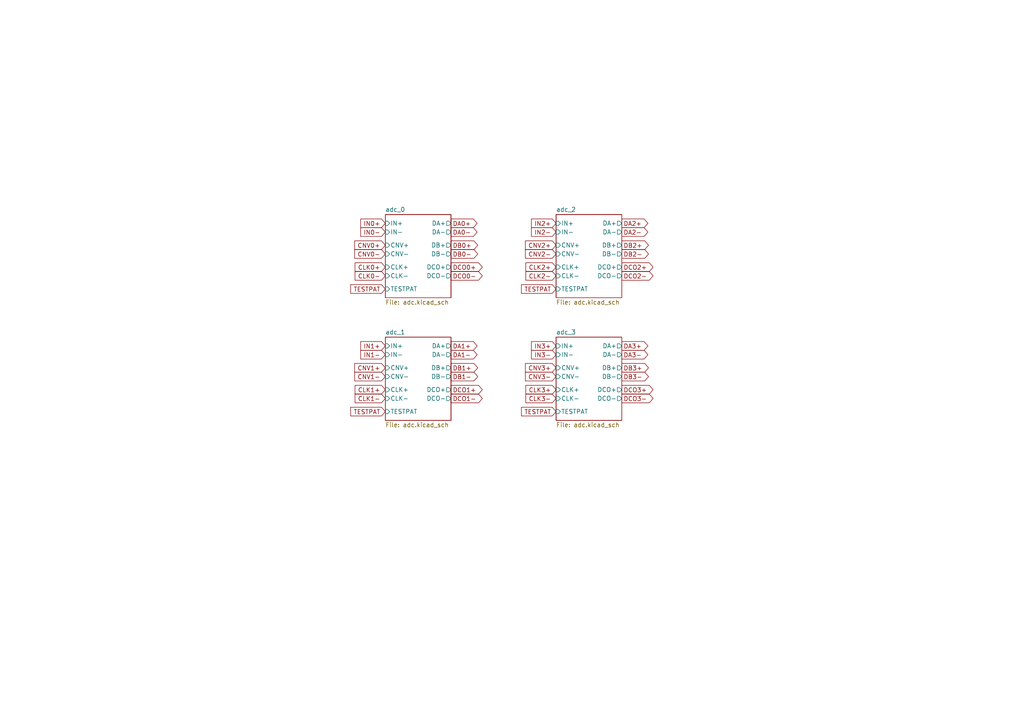
<source format=kicad_sch>
(kicad_sch
	(version 20250114)
	(generator "eeschema")
	(generator_version "9.0")
	(uuid "4a84218e-c568-4ba5-9b2d-9fa09ddae9f8")
	(paper "A4")
	(title_block
		(title "4 channel ADC Module")
		(date "2025-04-18")
		(rev "0.1")
		(company "NOIRLab")
		(comment 1 "Design: Braulio Cancino Vera - braulio.cancino@noirlab.edu")
	)
	(lib_symbols)
	(global_label "DB2-"
		(shape output)
		(at 180.34 73.66 0)
		(fields_autoplaced yes)
		(effects
			(font
				(size 1.27 1.27)
			)
			(justify left)
		)
		(uuid "0b8ddf6e-dfc3-44a6-8156-959aea0511ee")
		(property "Intersheetrefs" "${INTERSHEET_REFS}"
			(at 188.6471 73.66 0)
			(effects
				(font
					(size 1.27 1.27)
				)
				(justify left)
				(hide yes)
			)
		)
	)
	(global_label "IN1+"
		(shape input)
		(at 111.76 100.33 180)
		(fields_autoplaced yes)
		(effects
			(font
				(size 1.27 1.27)
			)
			(justify right)
		)
		(uuid "0fbc31aa-39b9-4079-8c3e-af8eb35cf3c5")
		(property "Intersheetrefs" "${INTERSHEET_REFS}"
			(at 104.0576 100.33 0)
			(effects
				(font
					(size 1.27 1.27)
				)
				(justify right)
				(hide yes)
			)
		)
	)
	(global_label "DA2-"
		(shape output)
		(at 180.34 67.31 0)
		(fields_autoplaced yes)
		(effects
			(font
				(size 1.27 1.27)
			)
			(justify left)
		)
		(uuid "11ba5ced-6a37-4c16-acd6-47974e7cf3ce")
		(property "Intersheetrefs" "${INTERSHEET_REFS}"
			(at 188.4657 67.31 0)
			(effects
				(font
					(size 1.27 1.27)
				)
				(justify left)
				(hide yes)
			)
		)
	)
	(global_label "CNV0-"
		(shape input)
		(at 111.76 73.66 180)
		(fields_autoplaced yes)
		(effects
			(font
				(size 1.27 1.27)
			)
			(justify right)
		)
		(uuid "1930ba57-2404-4c48-a6ac-2c8f5fb2d884")
		(property "Intersheetrefs" "${INTERSHEET_REFS}"
			(at 102.3038 73.66 0)
			(effects
				(font
					(size 1.27 1.27)
				)
				(justify right)
				(hide yes)
			)
		)
	)
	(global_label "CLK1-"
		(shape input)
		(at 111.76 115.57 180)
		(fields_autoplaced yes)
		(effects
			(font
				(size 1.27 1.27)
			)
			(justify right)
		)
		(uuid "1b33cd53-e974-4542-94e3-7adbb8e30533")
		(property "Intersheetrefs" "${INTERSHEET_REFS}"
			(at 102.4248 115.57 0)
			(effects
				(font
					(size 1.27 1.27)
				)
				(justify right)
				(hide yes)
			)
		)
	)
	(global_label "CLK3+"
		(shape input)
		(at 161.29 113.03 180)
		(fields_autoplaced yes)
		(effects
			(font
				(size 1.27 1.27)
			)
			(justify right)
		)
		(uuid "1c94bbe1-7184-4d50-ada3-dae88276eb30")
		(property "Intersheetrefs" "${INTERSHEET_REFS}"
			(at 151.9548 113.03 0)
			(effects
				(font
					(size 1.27 1.27)
				)
				(justify right)
				(hide yes)
			)
		)
	)
	(global_label "CLK1+"
		(shape input)
		(at 111.76 113.03 180)
		(fields_autoplaced yes)
		(effects
			(font
				(size 1.27 1.27)
			)
			(justify right)
		)
		(uuid "1de3112c-33e9-4532-8ff0-e8b0099f3b92")
		(property "Intersheetrefs" "${INTERSHEET_REFS}"
			(at 102.4248 113.03 0)
			(effects
				(font
					(size 1.27 1.27)
				)
				(justify right)
				(hide yes)
			)
		)
	)
	(global_label "DA2+"
		(shape output)
		(at 180.34 64.77 0)
		(fields_autoplaced yes)
		(effects
			(font
				(size 1.27 1.27)
			)
			(justify left)
		)
		(uuid "1fed75f7-1a11-4da8-930d-e4f3b28c76d0")
		(property "Intersheetrefs" "${INTERSHEET_REFS}"
			(at 188.4657 64.77 0)
			(effects
				(font
					(size 1.27 1.27)
				)
				(justify left)
				(hide yes)
			)
		)
	)
	(global_label "DCO1+"
		(shape output)
		(at 130.81 113.03 0)
		(fields_autoplaced yes)
		(effects
			(font
				(size 1.27 1.27)
			)
			(justify left)
		)
		(uuid "214b1a47-e429-4d31-8105-4ae18e342c43")
		(property "Intersheetrefs" "${INTERSHEET_REFS}"
			(at 140.4476 113.03 0)
			(effects
				(font
					(size 1.27 1.27)
				)
				(justify left)
				(hide yes)
			)
		)
	)
	(global_label "DA0+"
		(shape output)
		(at 130.81 64.77 0)
		(fields_autoplaced yes)
		(effects
			(font
				(size 1.27 1.27)
			)
			(justify left)
		)
		(uuid "23f99484-1891-49f5-b60e-07718bd219a5")
		(property "Intersheetrefs" "${INTERSHEET_REFS}"
			(at 138.9357 64.77 0)
			(effects
				(font
					(size 1.27 1.27)
				)
				(justify left)
				(hide yes)
			)
		)
	)
	(global_label "IN0-"
		(shape input)
		(at 111.76 67.31 180)
		(fields_autoplaced yes)
		(effects
			(font
				(size 1.27 1.27)
			)
			(justify right)
		)
		(uuid "2a37e86b-e970-4778-93f2-b173a60d812a")
		(property "Intersheetrefs" "${INTERSHEET_REFS}"
			(at 104.0576 67.31 0)
			(effects
				(font
					(size 1.27 1.27)
				)
				(justify right)
				(hide yes)
			)
		)
	)
	(global_label "DA1+"
		(shape output)
		(at 130.81 100.33 0)
		(fields_autoplaced yes)
		(effects
			(font
				(size 1.27 1.27)
			)
			(justify left)
		)
		(uuid "2ba0b5ac-a462-421a-a2b9-5ca9344c7707")
		(property "Intersheetrefs" "${INTERSHEET_REFS}"
			(at 138.9357 100.33 0)
			(effects
				(font
					(size 1.27 1.27)
				)
				(justify left)
				(hide yes)
			)
		)
	)
	(global_label "DA3+"
		(shape output)
		(at 180.34 100.33 0)
		(fields_autoplaced yes)
		(effects
			(font
				(size 1.27 1.27)
			)
			(justify left)
		)
		(uuid "2be43883-e8d1-47f4-9167-d9a547ae4a40")
		(property "Intersheetrefs" "${INTERSHEET_REFS}"
			(at 188.4657 100.33 0)
			(effects
				(font
					(size 1.27 1.27)
				)
				(justify left)
				(hide yes)
			)
		)
	)
	(global_label "DB1+"
		(shape output)
		(at 130.81 106.68 0)
		(fields_autoplaced yes)
		(effects
			(font
				(size 1.27 1.27)
			)
			(justify left)
		)
		(uuid "301ed8e0-2dca-4222-af87-b071be30ad47")
		(property "Intersheetrefs" "${INTERSHEET_REFS}"
			(at 139.1171 106.68 0)
			(effects
				(font
					(size 1.27 1.27)
				)
				(justify left)
				(hide yes)
			)
		)
	)
	(global_label "CNV3+"
		(shape input)
		(at 161.29 106.68 180)
		(fields_autoplaced yes)
		(effects
			(font
				(size 1.27 1.27)
			)
			(justify right)
		)
		(uuid "3221b821-8217-413a-b250-3445ed1a1ff5")
		(property "Intersheetrefs" "${INTERSHEET_REFS}"
			(at 151.8338 106.68 0)
			(effects
				(font
					(size 1.27 1.27)
				)
				(justify right)
				(hide yes)
			)
		)
	)
	(global_label "DCO0+"
		(shape output)
		(at 130.81 77.47 0)
		(fields_autoplaced yes)
		(effects
			(font
				(size 1.27 1.27)
			)
			(justify left)
		)
		(uuid "332c40e3-d680-4f6a-ad20-a8bff21d9a39")
		(property "Intersheetrefs" "${INTERSHEET_REFS}"
			(at 140.4476 77.47 0)
			(effects
				(font
					(size 1.27 1.27)
				)
				(justify left)
				(hide yes)
			)
		)
	)
	(global_label "IN1-"
		(shape input)
		(at 111.76 102.87 180)
		(fields_autoplaced yes)
		(effects
			(font
				(size 1.27 1.27)
			)
			(justify right)
		)
		(uuid "380b4316-5d7f-49b8-8e57-66c260bd2ca0")
		(property "Intersheetrefs" "${INTERSHEET_REFS}"
			(at 104.0576 102.87 0)
			(effects
				(font
					(size 1.27 1.27)
				)
				(justify right)
				(hide yes)
			)
		)
	)
	(global_label "DCO3-"
		(shape output)
		(at 180.34 115.57 0)
		(fields_autoplaced yes)
		(effects
			(font
				(size 1.27 1.27)
			)
			(justify left)
		)
		(uuid "3e3b2e57-98c3-45d0-9a5b-cf3aace8263d")
		(property "Intersheetrefs" "${INTERSHEET_REFS}"
			(at 189.9776 115.57 0)
			(effects
				(font
					(size 1.27 1.27)
				)
				(justify left)
				(hide yes)
			)
		)
	)
	(global_label "CNV1+"
		(shape input)
		(at 111.76 106.68 180)
		(fields_autoplaced yes)
		(effects
			(font
				(size 1.27 1.27)
			)
			(justify right)
		)
		(uuid "4fa5f727-678e-400c-b170-284603c1fc65")
		(property "Intersheetrefs" "${INTERSHEET_REFS}"
			(at 102.3038 106.68 0)
			(effects
				(font
					(size 1.27 1.27)
				)
				(justify right)
				(hide yes)
			)
		)
	)
	(global_label "DB3-"
		(shape output)
		(at 180.34 109.22 0)
		(fields_autoplaced yes)
		(effects
			(font
				(size 1.27 1.27)
			)
			(justify left)
		)
		(uuid "525cc882-d857-4d10-8591-07aba8b58384")
		(property "Intersheetrefs" "${INTERSHEET_REFS}"
			(at 188.6471 109.22 0)
			(effects
				(font
					(size 1.27 1.27)
				)
				(justify left)
				(hide yes)
			)
		)
	)
	(global_label "CNV3-"
		(shape input)
		(at 161.29 109.22 180)
		(fields_autoplaced yes)
		(effects
			(font
				(size 1.27 1.27)
			)
			(justify right)
		)
		(uuid "54ed3dcb-6e59-4f02-80c0-41e7fdf3a90b")
		(property "Intersheetrefs" "${INTERSHEET_REFS}"
			(at 151.8338 109.22 0)
			(effects
				(font
					(size 1.27 1.27)
				)
				(justify right)
				(hide yes)
			)
		)
	)
	(global_label "DB1-"
		(shape output)
		(at 130.81 109.22 0)
		(fields_autoplaced yes)
		(effects
			(font
				(size 1.27 1.27)
			)
			(justify left)
		)
		(uuid "5be98a1e-5854-4daa-b6d1-baf66e39079c")
		(property "Intersheetrefs" "${INTERSHEET_REFS}"
			(at 139.1171 109.22 0)
			(effects
				(font
					(size 1.27 1.27)
				)
				(justify left)
				(hide yes)
			)
		)
	)
	(global_label "CLK2+"
		(shape input)
		(at 161.29 77.47 180)
		(fields_autoplaced yes)
		(effects
			(font
				(size 1.27 1.27)
			)
			(justify right)
		)
		(uuid "5c62f0df-74d7-4533-b3ae-2eab33bc8254")
		(property "Intersheetrefs" "${INTERSHEET_REFS}"
			(at 151.9548 77.47 0)
			(effects
				(font
					(size 1.27 1.27)
				)
				(justify right)
				(hide yes)
			)
		)
	)
	(global_label "IN3+"
		(shape input)
		(at 161.29 100.33 180)
		(fields_autoplaced yes)
		(effects
			(font
				(size 1.27 1.27)
			)
			(justify right)
		)
		(uuid "5cdfc0cf-eda5-45c8-b2d4-bf00ceda2256")
		(property "Intersheetrefs" "${INTERSHEET_REFS}"
			(at 153.5876 100.33 0)
			(effects
				(font
					(size 1.27 1.27)
				)
				(justify right)
				(hide yes)
			)
		)
	)
	(global_label "CNV2+"
		(shape input)
		(at 161.29 71.12 180)
		(fields_autoplaced yes)
		(effects
			(font
				(size 1.27 1.27)
			)
			(justify right)
		)
		(uuid "6835c7f5-2e74-42c7-97d1-0ebe990dfac4")
		(property "Intersheetrefs" "${INTERSHEET_REFS}"
			(at 151.8338 71.12 0)
			(effects
				(font
					(size 1.27 1.27)
				)
				(justify right)
				(hide yes)
			)
		)
	)
	(global_label "CNV2-"
		(shape input)
		(at 161.29 73.66 180)
		(fields_autoplaced yes)
		(effects
			(font
				(size 1.27 1.27)
			)
			(justify right)
		)
		(uuid "699044ce-3999-4252-9e39-f12172f673ad")
		(property "Intersheetrefs" "${INTERSHEET_REFS}"
			(at 151.8338 73.66 0)
			(effects
				(font
					(size 1.27 1.27)
				)
				(justify right)
				(hide yes)
			)
		)
	)
	(global_label "DCO2-"
		(shape output)
		(at 180.34 80.01 0)
		(fields_autoplaced yes)
		(effects
			(font
				(size 1.27 1.27)
			)
			(justify left)
		)
		(uuid "6a48722f-0dca-4eba-a088-210697e8fe5d")
		(property "Intersheetrefs" "${INTERSHEET_REFS}"
			(at 189.9776 80.01 0)
			(effects
				(font
					(size 1.27 1.27)
				)
				(justify left)
				(hide yes)
			)
		)
	)
	(global_label "IN2-"
		(shape input)
		(at 161.29 67.31 180)
		(fields_autoplaced yes)
		(effects
			(font
				(size 1.27 1.27)
			)
			(justify right)
		)
		(uuid "6df77a79-5c13-43b0-8876-a4c9c127613e")
		(property "Intersheetrefs" "${INTERSHEET_REFS}"
			(at 153.5876 67.31 0)
			(effects
				(font
					(size 1.27 1.27)
				)
				(justify right)
				(hide yes)
			)
		)
	)
	(global_label "CLK2-"
		(shape input)
		(at 161.29 80.01 180)
		(fields_autoplaced yes)
		(effects
			(font
				(size 1.27 1.27)
			)
			(justify right)
		)
		(uuid "74f2bd3b-d133-4a20-9ba0-c5e74cc03b54")
		(property "Intersheetrefs" "${INTERSHEET_REFS}"
			(at 151.9548 80.01 0)
			(effects
				(font
					(size 1.27 1.27)
				)
				(justify right)
				(hide yes)
			)
		)
	)
	(global_label "DA0-"
		(shape output)
		(at 130.81 67.31 0)
		(fields_autoplaced yes)
		(effects
			(font
				(size 1.27 1.27)
			)
			(justify left)
		)
		(uuid "7b3775c3-81a4-4d0d-b8c6-63b469fa1c03")
		(property "Intersheetrefs" "${INTERSHEET_REFS}"
			(at 138.9357 67.31 0)
			(effects
				(font
					(size 1.27 1.27)
				)
				(justify left)
				(hide yes)
			)
		)
	)
	(global_label "TESTPAT"
		(shape input)
		(at 111.76 119.38 180)
		(fields_autoplaced yes)
		(effects
			(font
				(size 1.27 1.27)
			)
			(justify right)
		)
		(uuid "7bf226a3-0447-46cd-a5fd-054ef96a22c8")
		(property "Intersheetrefs" "${INTERSHEET_REFS}"
			(at 101.1549 119.38 0)
			(effects
				(font
					(size 1.27 1.27)
				)
				(justify right)
				(hide yes)
			)
		)
	)
	(global_label "CLK0+"
		(shape input)
		(at 111.76 77.47 180)
		(fields_autoplaced yes)
		(effects
			(font
				(size 1.27 1.27)
			)
			(justify right)
		)
		(uuid "81da248d-a088-4f68-a754-7502b9f791e7")
		(property "Intersheetrefs" "${INTERSHEET_REFS}"
			(at 102.4248 77.47 0)
			(effects
				(font
					(size 1.27 1.27)
				)
				(justify right)
				(hide yes)
			)
		)
	)
	(global_label "DCO2+"
		(shape output)
		(at 180.34 77.47 0)
		(fields_autoplaced yes)
		(effects
			(font
				(size 1.27 1.27)
			)
			(justify left)
		)
		(uuid "87069b73-dbff-48ae-8ce1-b827252d3d5a")
		(property "Intersheetrefs" "${INTERSHEET_REFS}"
			(at 189.9776 77.47 0)
			(effects
				(font
					(size 1.27 1.27)
				)
				(justify left)
				(hide yes)
			)
		)
	)
	(global_label "IN3-"
		(shape input)
		(at 161.29 102.87 180)
		(fields_autoplaced yes)
		(effects
			(font
				(size 1.27 1.27)
			)
			(justify right)
		)
		(uuid "94dcc736-f8fc-42a3-bc01-66f51b13f201")
		(property "Intersheetrefs" "${INTERSHEET_REFS}"
			(at 153.5876 102.87 0)
			(effects
				(font
					(size 1.27 1.27)
				)
				(justify right)
				(hide yes)
			)
		)
	)
	(global_label "CNV1-"
		(shape input)
		(at 111.76 109.22 180)
		(fields_autoplaced yes)
		(effects
			(font
				(size 1.27 1.27)
			)
			(justify right)
		)
		(uuid "a6769772-891c-479d-adb3-25ead1cc5384")
		(property "Intersheetrefs" "${INTERSHEET_REFS}"
			(at 102.3038 109.22 0)
			(effects
				(font
					(size 1.27 1.27)
				)
				(justify right)
				(hide yes)
			)
		)
	)
	(global_label "DB0+"
		(shape output)
		(at 130.81 71.12 0)
		(fields_autoplaced yes)
		(effects
			(font
				(size 1.27 1.27)
			)
			(justify left)
		)
		(uuid "a7d33783-58c4-4392-bfab-86751f370bff")
		(property "Intersheetrefs" "${INTERSHEET_REFS}"
			(at 139.1171 71.12 0)
			(effects
				(font
					(size 1.27 1.27)
				)
				(justify left)
				(hide yes)
			)
		)
	)
	(global_label "IN2+"
		(shape input)
		(at 161.29 64.77 180)
		(fields_autoplaced yes)
		(effects
			(font
				(size 1.27 1.27)
			)
			(justify right)
		)
		(uuid "a917bcbc-d9a0-450a-a6d3-f5cd828b46e9")
		(property "Intersheetrefs" "${INTERSHEET_REFS}"
			(at 153.5876 64.77 0)
			(effects
				(font
					(size 1.27 1.27)
				)
				(justify right)
				(hide yes)
			)
		)
	)
	(global_label "DA3-"
		(shape output)
		(at 180.34 102.87 0)
		(fields_autoplaced yes)
		(effects
			(font
				(size 1.27 1.27)
			)
			(justify left)
		)
		(uuid "adfa8c50-0057-43eb-9f25-f785859515c5")
		(property "Intersheetrefs" "${INTERSHEET_REFS}"
			(at 188.4657 102.87 0)
			(effects
				(font
					(size 1.27 1.27)
				)
				(justify left)
				(hide yes)
			)
		)
	)
	(global_label "DB2+"
		(shape output)
		(at 180.34 71.12 0)
		(fields_autoplaced yes)
		(effects
			(font
				(size 1.27 1.27)
			)
			(justify left)
		)
		(uuid "aeb293c7-d448-464e-9e7a-5389d3e7fdd3")
		(property "Intersheetrefs" "${INTERSHEET_REFS}"
			(at 188.6471 71.12 0)
			(effects
				(font
					(size 1.27 1.27)
				)
				(justify left)
				(hide yes)
			)
		)
	)
	(global_label "CNV0+"
		(shape input)
		(at 111.76 71.12 180)
		(fields_autoplaced yes)
		(effects
			(font
				(size 1.27 1.27)
			)
			(justify right)
		)
		(uuid "b429aa9c-de1b-4686-b622-f78a90b5cb01")
		(property "Intersheetrefs" "${INTERSHEET_REFS}"
			(at 102.3038 71.12 0)
			(effects
				(font
					(size 1.27 1.27)
				)
				(justify right)
				(hide yes)
			)
		)
	)
	(global_label "CLK0-"
		(shape input)
		(at 111.76 80.01 180)
		(fields_autoplaced yes)
		(effects
			(font
				(size 1.27 1.27)
			)
			(justify right)
		)
		(uuid "b596064d-911a-4e15-a4dd-94f3031a3632")
		(property "Intersheetrefs" "${INTERSHEET_REFS}"
			(at 102.4248 80.01 0)
			(effects
				(font
					(size 1.27 1.27)
				)
				(justify right)
				(hide yes)
			)
		)
	)
	(global_label "CLK3-"
		(shape input)
		(at 161.29 115.57 180)
		(fields_autoplaced yes)
		(effects
			(font
				(size 1.27 1.27)
			)
			(justify right)
		)
		(uuid "bfa21dda-132f-4792-a664-0d27328ac099")
		(property "Intersheetrefs" "${INTERSHEET_REFS}"
			(at 151.9548 115.57 0)
			(effects
				(font
					(size 1.27 1.27)
				)
				(justify right)
				(hide yes)
			)
		)
	)
	(global_label "DCO0-"
		(shape output)
		(at 130.81 80.01 0)
		(fields_autoplaced yes)
		(effects
			(font
				(size 1.27 1.27)
			)
			(justify left)
		)
		(uuid "c8acf75f-e590-4acc-90ba-3b4e7d080136")
		(property "Intersheetrefs" "${INTERSHEET_REFS}"
			(at 140.4476 80.01 0)
			(effects
				(font
					(size 1.27 1.27)
				)
				(justify left)
				(hide yes)
			)
		)
	)
	(global_label "TESTPAT"
		(shape input)
		(at 161.29 83.82 180)
		(fields_autoplaced yes)
		(effects
			(font
				(size 1.27 1.27)
			)
			(justify right)
		)
		(uuid "cd393a9c-490b-4cf0-8862-94dcd97492ab")
		(property "Intersheetrefs" "${INTERSHEET_REFS}"
			(at 150.6849 83.82 0)
			(effects
				(font
					(size 1.27 1.27)
				)
				(justify right)
				(hide yes)
			)
		)
	)
	(global_label "TESTPAT"
		(shape input)
		(at 161.29 119.38 180)
		(fields_autoplaced yes)
		(effects
			(font
				(size 1.27 1.27)
			)
			(justify right)
		)
		(uuid "cecdc67a-cbfb-434a-941d-dce0e33ca7d4")
		(property "Intersheetrefs" "${INTERSHEET_REFS}"
			(at 150.6849 119.38 0)
			(effects
				(font
					(size 1.27 1.27)
				)
				(justify right)
				(hide yes)
			)
		)
	)
	(global_label "TESTPAT"
		(shape input)
		(at 111.76 83.82 180)
		(fields_autoplaced yes)
		(effects
			(font
				(size 1.27 1.27)
			)
			(justify right)
		)
		(uuid "d3924c28-0eef-430e-9c79-2b8744e6cd0c")
		(property "Intersheetrefs" "${INTERSHEET_REFS}"
			(at 101.1549 83.82 0)
			(effects
				(font
					(size 1.27 1.27)
				)
				(justify right)
				(hide yes)
			)
		)
	)
	(global_label "IN0+"
		(shape input)
		(at 111.76 64.77 180)
		(fields_autoplaced yes)
		(effects
			(font
				(size 1.27 1.27)
			)
			(justify right)
		)
		(uuid "d4a3f4d4-3065-40a2-803c-6c1226b01509")
		(property "Intersheetrefs" "${INTERSHEET_REFS}"
			(at 104.0576 64.77 0)
			(effects
				(font
					(size 1.27 1.27)
				)
				(justify right)
				(hide yes)
			)
		)
	)
	(global_label "DCO3+"
		(shape output)
		(at 180.34 113.03 0)
		(fields_autoplaced yes)
		(effects
			(font
				(size 1.27 1.27)
			)
			(justify left)
		)
		(uuid "d5b4414c-5dcd-42e0-8966-b6a1122a0d7c")
		(property "Intersheetrefs" "${INTERSHEET_REFS}"
			(at 189.9776 113.03 0)
			(effects
				(font
					(size 1.27 1.27)
				)
				(justify left)
				(hide yes)
			)
		)
	)
	(global_label "DB3+"
		(shape output)
		(at 180.34 106.68 0)
		(fields_autoplaced yes)
		(effects
			(font
				(size 1.27 1.27)
			)
			(justify left)
		)
		(uuid "f3a9e392-23a6-417b-9301-a1be9b8afa75")
		(property "Intersheetrefs" "${INTERSHEET_REFS}"
			(at 188.6471 106.68 0)
			(effects
				(font
					(size 1.27 1.27)
				)
				(justify left)
				(hide yes)
			)
		)
	)
	(global_label "DB0-"
		(shape output)
		(at 130.81 73.66 0)
		(fields_autoplaced yes)
		(effects
			(font
				(size 1.27 1.27)
			)
			(justify left)
		)
		(uuid "f7b9d5d0-5fb3-4039-ad14-46fd8efa93ba")
		(property "Intersheetrefs" "${INTERSHEET_REFS}"
			(at 139.1171 73.66 0)
			(effects
				(font
					(size 1.27 1.27)
				)
				(justify left)
				(hide yes)
			)
		)
	)
	(global_label "DCO1-"
		(shape output)
		(at 130.81 115.57 0)
		(fields_autoplaced yes)
		(effects
			(font
				(size 1.27 1.27)
			)
			(justify left)
		)
		(uuid "fc99bd8e-2e0d-4d9d-be55-b84a7ad5bbc5")
		(property "Intersheetrefs" "${INTERSHEET_REFS}"
			(at 140.4476 115.57 0)
			(effects
				(font
					(size 1.27 1.27)
				)
				(justify left)
				(hide yes)
			)
		)
	)
	(global_label "DA1-"
		(shape output)
		(at 130.81 102.87 0)
		(fields_autoplaced yes)
		(effects
			(font
				(size 1.27 1.27)
			)
			(justify left)
		)
		(uuid "fe65ff3a-b3f4-4528-8b44-c4ca21ce5901")
		(property "Intersheetrefs" "${INTERSHEET_REFS}"
			(at 138.9357 102.87 0)
			(effects
				(font
					(size 1.27 1.27)
				)
				(justify left)
				(hide yes)
			)
		)
	)
	(sheet
		(at 161.29 97.79)
		(size 19.05 24.13)
		(exclude_from_sim no)
		(in_bom yes)
		(on_board yes)
		(dnp no)
		(fields_autoplaced yes)
		(stroke
			(width 0.1524)
			(type solid)
		)
		(fill
			(color 0 0 0 0.0000)
		)
		(uuid "151021a0-59df-41fb-9dca-8cf2c308dcb3")
		(property "Sheetname" "adc_3"
			(at 161.29 97.0784 0)
			(effects
				(font
					(size 1.27 1.27)
				)
				(justify left bottom)
			)
		)
		(property "Sheetfile" "adc.kicad_sch"
			(at 161.29 122.5046 0)
			(effects
				(font
					(size 1.27 1.27)
				)
				(justify left top)
			)
		)
		(pin "CNV+" input
			(at 161.29 106.68 180)
			(uuid "06e15292-6dad-4c5f-a82a-fc051a93d625")
			(effects
				(font
					(size 1.27 1.27)
				)
				(justify left)
			)
		)
		(pin "CNV-" input
			(at 161.29 109.22 180)
			(uuid "f9e6ec96-5358-4c85-857b-c0448ec914cd")
			(effects
				(font
					(size 1.27 1.27)
				)
				(justify left)
			)
		)
		(pin "CLK+" input
			(at 161.29 113.03 180)
			(uuid "d5e5494a-218c-4bd5-b87a-d131061db6bf")
			(effects
				(font
					(size 1.27 1.27)
				)
				(justify left)
			)
		)
		(pin "DA-" output
			(at 180.34 102.87 0)
			(uuid "7da69ff0-82de-42c2-8ff2-aca2bd6fa9a2")
			(effects
				(font
					(size 1.27 1.27)
				)
				(justify right)
			)
		)
		(pin "DA+" output
			(at 180.34 100.33 0)
			(uuid "a9f2faed-3108-40f9-aa7d-6952983b394b")
			(effects
				(font
					(size 1.27 1.27)
				)
				(justify right)
			)
		)
		(pin "CLK-" input
			(at 161.29 115.57 180)
			(uuid "9984f433-4b0a-41a9-b936-47e785312387")
			(effects
				(font
					(size 1.27 1.27)
				)
				(justify left)
			)
		)
		(pin "DB-" output
			(at 180.34 109.22 0)
			(uuid "3a5190af-b7fe-47f7-825a-d563a9e8270b")
			(effects
				(font
					(size 1.27 1.27)
				)
				(justify right)
			)
		)
		(pin "DCO+" output
			(at 180.34 113.03 0)
			(uuid "d0a58bf3-0835-4cdb-bbce-a0ee3008e34c")
			(effects
				(font
					(size 1.27 1.27)
				)
				(justify right)
			)
		)
		(pin "DB+" output
			(at 180.34 106.68 0)
			(uuid "9aee5d2b-7216-4270-a85b-d65edbdf4916")
			(effects
				(font
					(size 1.27 1.27)
				)
				(justify right)
			)
		)
		(pin "DCO-" output
			(at 180.34 115.57 0)
			(uuid "72dba0b0-4357-4fb9-8a58-adaa46f97c94")
			(effects
				(font
					(size 1.27 1.27)
				)
				(justify right)
			)
		)
		(pin "TESTPAT" input
			(at 161.29 119.38 180)
			(uuid "74b362cc-c207-4eee-8845-540f81a8b9a1")
			(effects
				(font
					(size 1.27 1.27)
				)
				(justify left)
			)
		)
		(pin "IN+" input
			(at 161.29 100.33 180)
			(uuid "639399d4-b3d2-4b4e-a324-7ed11940c0f7")
			(effects
				(font
					(size 1.27 1.27)
				)
				(justify left)
			)
		)
		(pin "IN-" input
			(at 161.29 102.87 180)
			(uuid "b589b999-a71f-4585-ba96-8117c1e3b38b")
			(effects
				(font
					(size 1.27 1.27)
				)
				(justify left)
			)
		)
		(instances
			(project "adc_board_prot"
				(path "/c6949a33-abae-4c95-a3fe-c6f7de9ef0a5/890492eb-88be-4b6b-bbf9-87ecd79c941c"
					(page "21")
				)
			)
		)
	)
	(sheet
		(at 161.29 62.23)
		(size 19.05 24.13)
		(exclude_from_sim no)
		(in_bom yes)
		(on_board yes)
		(dnp no)
		(fields_autoplaced yes)
		(stroke
			(width 0.1524)
			(type solid)
		)
		(fill
			(color 0 0 0 0.0000)
		)
		(uuid "1dd46193-aca2-49d1-a9b1-dd7bd2904081")
		(property "Sheetname" "adc_2"
			(at 161.29 61.5184 0)
			(effects
				(font
					(size 1.27 1.27)
				)
				(justify left bottom)
			)
		)
		(property "Sheetfile" "adc.kicad_sch"
			(at 161.29 86.9446 0)
			(effects
				(font
					(size 1.27 1.27)
				)
				(justify left top)
			)
		)
		(pin "CNV+" input
			(at 161.29 71.12 180)
			(uuid "2709cd43-d9c9-466c-8da2-3bff975042d2")
			(effects
				(font
					(size 1.27 1.27)
				)
				(justify left)
			)
		)
		(pin "CNV-" input
			(at 161.29 73.66 180)
			(uuid "7e80e6dc-7653-43e7-856c-afd57440389b")
			(effects
				(font
					(size 1.27 1.27)
				)
				(justify left)
			)
		)
		(pin "CLK+" input
			(at 161.29 77.47 180)
			(uuid "79194eb0-9026-44be-846c-6fe327cf36f8")
			(effects
				(font
					(size 1.27 1.27)
				)
				(justify left)
			)
		)
		(pin "DA-" output
			(at 180.34 67.31 0)
			(uuid "7ecf6b13-11c6-4ee4-ad56-461579119e85")
			(effects
				(font
					(size 1.27 1.27)
				)
				(justify right)
			)
		)
		(pin "DA+" output
			(at 180.34 64.77 0)
			(uuid "d70d43b4-38bb-495f-9ea8-7a791c39d668")
			(effects
				(font
					(size 1.27 1.27)
				)
				(justify right)
			)
		)
		(pin "CLK-" input
			(at 161.29 80.01 180)
			(uuid "ad5c2760-6498-458e-9ed5-fc32c814fc2d")
			(effects
				(font
					(size 1.27 1.27)
				)
				(justify left)
			)
		)
		(pin "DB-" output
			(at 180.34 73.66 0)
			(uuid "ba2f75c6-cfef-4031-b2f9-a76db49129db")
			(effects
				(font
					(size 1.27 1.27)
				)
				(justify right)
			)
		)
		(pin "DCO+" output
			(at 180.34 77.47 0)
			(uuid "d252b51f-eb9b-4555-ab05-865e1e12e940")
			(effects
				(font
					(size 1.27 1.27)
				)
				(justify right)
			)
		)
		(pin "DB+" output
			(at 180.34 71.12 0)
			(uuid "30bfa3c0-e5d1-41ac-a613-bfbfe8fd435e")
			(effects
				(font
					(size 1.27 1.27)
				)
				(justify right)
			)
		)
		(pin "DCO-" output
			(at 180.34 80.01 0)
			(uuid "8f243044-eaa5-4021-955c-532ab1476b63")
			(effects
				(font
					(size 1.27 1.27)
				)
				(justify right)
			)
		)
		(pin "TESTPAT" input
			(at 161.29 83.82 180)
			(uuid "be340fd3-55d7-4b2b-8eb0-4aa6e5c046c4")
			(effects
				(font
					(size 1.27 1.27)
				)
				(justify left)
			)
		)
		(pin "IN+" input
			(at 161.29 64.77 180)
			(uuid "b3e04f95-a35b-4881-abc6-8d8679a1887e")
			(effects
				(font
					(size 1.27 1.27)
				)
				(justify left)
			)
		)
		(pin "IN-" input
			(at 161.29 67.31 180)
			(uuid "3e13fd34-4891-42e0-ab35-46109fe59f7e")
			(effects
				(font
					(size 1.27 1.27)
				)
				(justify left)
			)
		)
		(instances
			(project "adc_board_prot"
				(path "/c6949a33-abae-4c95-a3fe-c6f7de9ef0a5/890492eb-88be-4b6b-bbf9-87ecd79c941c"
					(page "20")
				)
			)
		)
	)
	(sheet
		(at 111.76 97.79)
		(size 19.05 24.13)
		(exclude_from_sim no)
		(in_bom yes)
		(on_board yes)
		(dnp no)
		(fields_autoplaced yes)
		(stroke
			(width 0.1524)
			(type solid)
		)
		(fill
			(color 0 0 0 0.0000)
		)
		(uuid "a97c18fb-4468-40a7-a381-0ab6fc38a1d2")
		(property "Sheetname" "adc_1"
			(at 111.76 97.0784 0)
			(effects
				(font
					(size 1.27 1.27)
				)
				(justify left bottom)
			)
		)
		(property "Sheetfile" "adc.kicad_sch"
			(at 111.76 122.5046 0)
			(effects
				(font
					(size 1.27 1.27)
				)
				(justify left top)
			)
		)
		(pin "CNV+" input
			(at 111.76 106.68 180)
			(uuid "2c878363-4799-4866-a478-654f619e47e9")
			(effects
				(font
					(size 1.27 1.27)
				)
				(justify left)
			)
		)
		(pin "CNV-" input
			(at 111.76 109.22 180)
			(uuid "4e14b4e2-f3e0-4bf0-bef4-00023eb4f647")
			(effects
				(font
					(size 1.27 1.27)
				)
				(justify left)
			)
		)
		(pin "CLK+" input
			(at 111.76 113.03 180)
			(uuid "3ef042a2-6832-4d8e-b766-15e4d6eb675d")
			(effects
				(font
					(size 1.27 1.27)
				)
				(justify left)
			)
		)
		(pin "DA-" output
			(at 130.81 102.87 0)
			(uuid "31a5539e-04ae-4bea-a163-76ffebe7a66e")
			(effects
				(font
					(size 1.27 1.27)
				)
				(justify right)
			)
		)
		(pin "DA+" output
			(at 130.81 100.33 0)
			(uuid "21e28f85-479f-484d-b289-9d6e6d739966")
			(effects
				(font
					(size 1.27 1.27)
				)
				(justify right)
			)
		)
		(pin "CLK-" input
			(at 111.76 115.57 180)
			(uuid "714e1f0d-2b50-48f6-9b94-1636e03b7e12")
			(effects
				(font
					(size 1.27 1.27)
				)
				(justify left)
			)
		)
		(pin "DB-" output
			(at 130.81 109.22 0)
			(uuid "528179dc-5845-4471-9516-e39755b5d641")
			(effects
				(font
					(size 1.27 1.27)
				)
				(justify right)
			)
		)
		(pin "DCO+" output
			(at 130.81 113.03 0)
			(uuid "0483b2b1-3502-4c37-9e48-3995a4645f3f")
			(effects
				(font
					(size 1.27 1.27)
				)
				(justify right)
			)
		)
		(pin "DB+" output
			(at 130.81 106.68 0)
			(uuid "dc041c0e-18ba-40df-b7ee-6d74c39e29a7")
			(effects
				(font
					(size 1.27 1.27)
				)
				(justify right)
			)
		)
		(pin "DCO-" output
			(at 130.81 115.57 0)
			(uuid "3f055e4d-1aa6-4c3c-9154-06e59b584663")
			(effects
				(font
					(size 1.27 1.27)
				)
				(justify right)
			)
		)
		(pin "TESTPAT" input
			(at 111.76 119.38 180)
			(uuid "d0c9f9a2-cc2b-4dec-9585-a62040180ba5")
			(effects
				(font
					(size 1.27 1.27)
				)
				(justify left)
			)
		)
		(pin "IN+" input
			(at 111.76 100.33 180)
			(uuid "3be436ed-0b17-4b46-8cc4-46931f1eb902")
			(effects
				(font
					(size 1.27 1.27)
				)
				(justify left)
			)
		)
		(pin "IN-" input
			(at 111.76 102.87 180)
			(uuid "c22f1140-141d-4f32-8a6f-04f6d9dd6fff")
			(effects
				(font
					(size 1.27 1.27)
				)
				(justify left)
			)
		)
		(instances
			(project "adc_board_prot"
				(path "/c6949a33-abae-4c95-a3fe-c6f7de9ef0a5/890492eb-88be-4b6b-bbf9-87ecd79c941c"
					(page "19")
				)
			)
		)
	)
	(sheet
		(at 111.76 62.23)
		(size 19.05 24.13)
		(exclude_from_sim no)
		(in_bom yes)
		(on_board yes)
		(dnp no)
		(fields_autoplaced yes)
		(stroke
			(width 0.1524)
			(type solid)
		)
		(fill
			(color 0 0 0 0.0000)
		)
		(uuid "e760b459-ef78-4f70-8b5b-f40614ffdb26")
		(property "Sheetname" "adc_0"
			(at 111.76 61.5184 0)
			(effects
				(font
					(size 1.27 1.27)
				)
				(justify left bottom)
			)
		)
		(property "Sheetfile" "adc.kicad_sch"
			(at 111.76 86.9446 0)
			(effects
				(font
					(size 1.27 1.27)
				)
				(justify left top)
			)
		)
		(pin "CNV+" input
			(at 111.76 71.12 180)
			(uuid "07fdc9b7-59eb-46bb-9492-8150dd2086e1")
			(effects
				(font
					(size 1.27 1.27)
				)
				(justify left)
			)
		)
		(pin "CNV-" input
			(at 111.76 73.66 180)
			(uuid "7fdad8ce-cdca-468f-99a0-8a3ee0a30716")
			(effects
				(font
					(size 1.27 1.27)
				)
				(justify left)
			)
		)
		(pin "CLK+" input
			(at 111.76 77.47 180)
			(uuid "0864a929-4709-441e-b1c8-2642e4522b8d")
			(effects
				(font
					(size 1.27 1.27)
				)
				(justify left)
			)
		)
		(pin "DA-" output
			(at 130.81 67.31 0)
			(uuid "e8f02e68-0421-49ec-ad4c-02faced29494")
			(effects
				(font
					(size 1.27 1.27)
				)
				(justify right)
			)
		)
		(pin "DA+" output
			(at 130.81 64.77 0)
			(uuid "0487f3e5-b8da-42e7-85d6-bf61c7652a20")
			(effects
				(font
					(size 1.27 1.27)
				)
				(justify right)
			)
		)
		(pin "CLK-" input
			(at 111.76 80.01 180)
			(uuid "6134d68d-1fe6-4705-b38a-7365fccac773")
			(effects
				(font
					(size 1.27 1.27)
				)
				(justify left)
			)
		)
		(pin "DB-" output
			(at 130.81 73.66 0)
			(uuid "c1d5bb9a-6a95-4a13-9b7f-c02fcc9c242d")
			(effects
				(font
					(size 1.27 1.27)
				)
				(justify right)
			)
		)
		(pin "DCO+" output
			(at 130.81 77.47 0)
			(uuid "ccf80acb-5b31-401e-b4b0-2fee1966eaad")
			(effects
				(font
					(size 1.27 1.27)
				)
				(justify right)
			)
		)
		(pin "DB+" output
			(at 130.81 71.12 0)
			(uuid "20f5e48d-26b6-4719-b69d-8bdb99cc4328")
			(effects
				(font
					(size 1.27 1.27)
				)
				(justify right)
			)
		)
		(pin "DCO-" output
			(at 130.81 80.01 0)
			(uuid "40fcc87b-d44c-4d9e-b970-bb6a1e0a739c")
			(effects
				(font
					(size 1.27 1.27)
				)
				(justify right)
			)
		)
		(pin "TESTPAT" input
			(at 111.76 83.82 180)
			(uuid "166b85b2-4e4e-414d-975a-3f4e53a5e2a0")
			(effects
				(font
					(size 1.27 1.27)
				)
				(justify left)
			)
		)
		(pin "IN+" input
			(at 111.76 64.77 180)
			(uuid "bdd32f06-b1a4-4ffa-b169-7416fc0d5dcd")
			(effects
				(font
					(size 1.27 1.27)
				)
				(justify left)
			)
		)
		(pin "IN-" input
			(at 111.76 67.31 180)
			(uuid "c21d88d0-2bab-4869-9bdd-1edf513f0e54")
			(effects
				(font
					(size 1.27 1.27)
				)
				(justify left)
			)
		)
		(instances
			(project "adc_board_prot"
				(path "/c6949a33-abae-4c95-a3fe-c6f7de9ef0a5/890492eb-88be-4b6b-bbf9-87ecd79c941c"
					(page "2")
				)
			)
		)
	)
)

</source>
